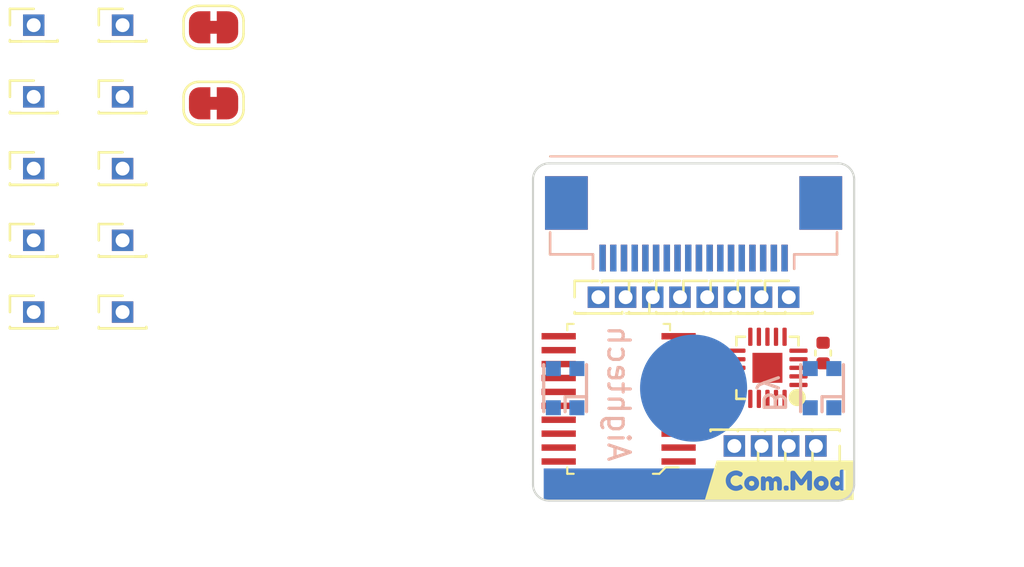
<source format=kicad_pcb>
(kicad_pcb (version 20221018) (generator pcbnew)
  (layers (0 "F.Cu" signal "Front") (1 "In1.Cu" signal) (2 "In2.Cu" signal) (31 "B.Cu" signal "Back") (34 "B.Paste" user) (35 "F.Paste" user) (36 "B.SilkS" user "B.Silkscreen") (37 "F.SilkS" user "F.Silkscreen") (38 "B.Mask" user) (39 "F.Mask" user) (44 "Edge.Cuts" user))
  (net 0 "")
  (net 1 "GND")
  (net 2 "/Vcap")
  (net 3 "/POCI")
  (net 4 "/PICO")
  (net 6 "/SCLK")
  (net 7 "/CSB")
  (net 8 "/extRef")
  (net 9 "/addr_bus_0")
  (net 10 "/addr_bus_1")
  (net 11 "/addr_bus_2")
  (net 12 "/addr_bus_3")
  (net 13 "/addr_bus_4")
  (net 14 "/i2C_SCL")
  (net 15 "/I2C_SDA")
  (net 16 "/BUS_IO1")
  (net 17 "/BUS_IO2")
  (net 18 "/AUX1")
  (net 19 "/AUX2")
  (net 20 "/AUX3")
  (net 21 "/SWCLK")
  (net 22 "/SWDIO{slash}POCI_ARM")
  (net 23 "/PICO_ARM")
  (net 24 "/SCLK_ARM")
  (net 25 "/SPICS_ARM")
  (net 26 "/AIN8")
  (net 27 "/AIN0")
  (net 28 "Net-(LED1-DO)")
  (net 29 "LED_OUT")
  (net 30 "LED_IN")
  (net 31 "+3.3V")
  (net 33 "/addr_mod_0")
  (net 34 "/addr_mod_1")
  (net 35 "/addr_mod_2")
  (net 36 "/addr_mod_4")
  (net 37 "/addr_mod_3")
  (net 39 "/NEOPIXEL")
  (net 40 "/addr_bus_7")
  (net 41 "/addr_mod_7")
  (net 42 "/addr_bus_6")
  (net 43 "/addr_mod_6")
  (net 44 "/addr_bus_5")
  (net 45 "/addr_mod_5")
  (footprint "Connector_PinHeader_1.27mm:PinHeader_1x01_P1.27mm_Vertical" (layer "F.Cu") (at 69.18 97.745)
    (fp_text reference "J17" hide)
    (fp_text value "Conn_01x01_Pin" hide)
    (fp_line (start -1.11 -0.76) (end 0 -0.76) (stroke (width 0.12)) (layer "F.SilkS"))
    (fp_line (start -1.11 0) (end -1.11 -0.76) (stroke (width 0.12)) (layer "F.SilkS"))
    (fp_line (start -1.11 0.76) (end -1.11 0.695) (stroke (width 0.12)) (layer "F.SilkS"))
    (fp_line (start -1.11 0.76) (end -0.563471 0.76) (stroke (width 0.12)) (layer "F.SilkS"))
    (fp_line (start -1.11 0.76) (end 1.11 0.76) (stroke (width 0.12)) (layer "F.SilkS"))
    (fp_line (start 0.563471 0.76) (end 1.11 0.76) (stroke (width 0.12)) (layer "F.SilkS"))
    (fp_line (start 1.11 0.76) (end 1.11 0.695) (stroke (width 0.12)) (layer "F.SilkS"))
    (pad "1" thru_hole rect (at 0 0) (size 1 1) (drill 0.65) (layers "*.Cu" "*.Mask") (net 15 "/I2C_SDA"))
  )
  (footprint "Connector_PinHeader_1.27mm:PinHeader_1x01_P1.27mm_Vertical" (layer "F.Cu") (at 99.365 103.75)
    (fp_text reference "J5" hide)
    (fp_text value "Conn_01x01_Pin" hide)
    (fp_line (start -1.11 -0.76) (end 0 -0.76) (stroke (width 0.12)) (layer "F.SilkS"))
    (fp_line (start -1.11 0) (end -1.11 -0.76) (stroke (width 0.12)) (layer "F.SilkS"))
    (fp_line (start -1.11 0.76) (end -1.11 0.695) (stroke (width 0.12)) (layer "F.SilkS"))
    (fp_line (start -1.11 0.76) (end -0.563471 0.76) (stroke (width 0.12)) (layer "F.SilkS"))
    (fp_line (start -1.11 0.76) (end 1.11 0.76) (stroke (width 0.12)) (layer "F.SilkS"))
    (fp_line (start 0.563471 0.76) (end 1.11 0.76) (stroke (width 0.12)) (layer "F.SilkS"))
    (fp_line (start 1.11 0.76) (end 1.11 0.695) (stroke (width 0.12)) (layer "F.SilkS"))
    (pad "1" thru_hole rect (at 0 0) (size 1 1) (drill 0.65) (layers "*.Cu" "*.Mask") (net 3 "/POCI"))
  )
  (footprint "Connector_PinHeader_1.27mm:PinHeader_1x01_P1.27mm_Vertical" (layer "F.Cu") (at 73.33 91.045)
    (fp_text reference "J20" hide)
    (fp_text value "Conn_01x01_Pin" hide)
    (fp_line (start -1.11 -0.76) (end 0 -0.76) (stroke (width 0.12)) (layer "F.SilkS"))
    (fp_line (start -1.11 0) (end -1.11 -0.76) (stroke (width 0.12)) (layer "F.SilkS"))
    (fp_line (start -1.11 0.76) (end -1.11 0.695) (stroke (width 0.12)) (layer "F.SilkS"))
    (fp_line (start -1.11 0.76) (end -0.563471 0.76) (stroke (width 0.12)) (layer "F.SilkS"))
    (fp_line (start -1.11 0.76) (end 1.11 0.76) (stroke (width 0.12)) (layer "F.SilkS"))
    (fp_line (start 0.563471 0.76) (end 1.11 0.76) (stroke (width 0.12)) (layer "F.SilkS"))
    (fp_line (start 1.11 0.76) (end 1.11 0.695) (stroke (width 0.12)) (layer "F.SilkS"))
    (pad "1" thru_hole rect (at 0 0) (size 1 1) (drill 0.65) (layers "*.Cu" "*.Mask") (net 31 "+3.3V"))
  )
  (footprint "Connector_PinHeader_1.27mm:PinHeader_1x01_P1.27mm_Vertical" (layer "F.Cu") (at 73.33 94.395)
    (fp_text reference "J21" hide)
    (fp_text value "Conn_01x01_Pin" hide)
    (fp_line (start -1.11 -0.76) (end 0 -0.76) (stroke (width 0.12)) (layer "F.SilkS"))
    (fp_line (start -1.11 0) (end -1.11 -0.76) (stroke (width 0.12)) (layer "F.SilkS"))
    (fp_line (start -1.11 0.76) (end -1.11 0.695) (stroke (width 0.12)) (layer "F.SilkS"))
    (fp_line (start -1.11 0.76) (end -0.563471 0.76) (stroke (width 0.12)) (layer "F.SilkS"))
    (fp_line (start -1.11 0.76) (end 1.11 0.76) (stroke (width 0.12)) (layer "F.SilkS"))
    (fp_line (start 0.563471 0.76) (end 1.11 0.76) (stroke (width 0.12)) (layer "F.SilkS"))
    (fp_line (start 1.11 0.76) (end 1.11 0.695) (stroke (width 0.12)) (layer "F.SilkS"))
    (pad "1" thru_hole rect (at 0 0) (size 1 1) (drill 0.65) (layers "*.Cu" "*.Mask") (net 1 "GND"))
  )
  (footprint "00_custom-footprints:QFN-20-1EP_3x3mm_P0.4mm_EP1.4x1.4mm" (layer "F.Cu") (at 103.45 107.05 180)
    (fp_text reference "U1" hide)
    (fp_text value "HC32L110C6UA" hide)
    (fp_line (start -1.45 1.45) (end -1.45 1.05) (stroke (width 0.12)) (layer "F.SilkS"))
    (fp_line (start -1.05 1.45) (end -1.45 1.45) (stroke (width 0.12)) (layer "F.SilkS"))
    (fp_line (start 1.05 -1.45) (end 1.45 -1.45) (stroke (width 0.12)) (layer "F.SilkS"))
    (fp_line (start 1.45 -1.45) (end 1.45 -1.05) (stroke (width 0.12)) (layer "F.SilkS"))
    (fp_line (start 1.45 1.05) (end 1.45 1.45) (stroke (width 0.12)) (layer "F.SilkS"))
    (fp_line (start 1.45 1.45) (end 1.05 1.45) (stroke (width 0.12)) (layer "F.SilkS"))
    (fp_circle (center -1.39 -1.39) (end -0.99 -1.39) (fill solid) (layer "F.SilkS"))
    (pad "1" smd roundrect (at -1.45 -0.8 180) (size 0.85 0.2) (layers "F.Cu" "F.Paste" "F.Mask"))
    (pad "2" smd roundrect (at -1.45 -0.4 180) (size 0.85 0.2) (layers "F.Cu" "F.Paste" "F.Mask") (net 39 "/NEOPIXEL"))
    (pad "3" smd roundrect (at -1.45 0 180) (size 0.85 0.2) (layers "F.Cu" "F.Paste" "F.Mask") (net 26 "/AIN8"))
    (pad "4" smd roundrect (at -1.45 0.4 180) (size 0.85 0.2) (layers "F.Cu" "F.Paste" "F.Mask") (net 1 "GND"))
    (pad "5" smd roundrect (at -1.45 0.8 180) (size 0.85 0.2) (layers "F.Cu" "F.Paste" "F.Mask") (net 2 "/Vcap"))
    (pad "6" smd roundrect (at -0.8 1.45 180) (size 0.2 0.85) (layers "F.Cu" "F.Paste" "F.Mask") (net 31 "+3.3V"))
    (pad "7" smd roundrect (at -0.4 1.45 180) (size 0.2 0.85) (layers "F.Cu" "F.Paste" "F.Mask") (net 37 "/addr_mod_3"))
    (pad "8" smd roundrect (at 0 1.45 180) (size 0.2 0.85) (layers "F.Cu" "F.Paste" "F.Mask") (net 36 "/addr_mod_4"))
    (pad "9" smd roundrect (at 0.4 1.45 180) (size 0.2 0.85) (layers "F.Cu" "F.Paste" "F.Mask") (net 25 "/SPICS_ARM"))
    (pad "10" smd roundrect (at 0.8 1.45 180) (size 0.2 0.85) (layers "F.Cu" "F.Paste" "F.Mask"))
    (pad "11" smd roundrect (at 1.45 0.8 180) (size 0.85 0.2) (layers "F.Cu" "F.Paste" "F.Mask") (net 27 "/AIN0"))
    (pad "12" smd roundrect (at 1.45 0.4 180) (size 0.85 0.2) (layers "F.Cu" "F.Paste" "F.Mask") (net 24 "/SCLK_ARM"))
    (pad "13" smd roundrect (at 1.45 0 180) (size 0.85 0.2) (layers "F.Cu" "F.Paste" "F.Mask") (net 23 "/PICO_ARM"))
    (pad "14" smd roundrect (at 1.45 -0.4 180) (size 0.85 0.2) (layers "F.Cu" "F.Paste" "F.Mask") (net 22 "/SWDIO{slash}POCI_ARM"))
    (pad "15" smd roundrect (at 1.45 -0.8 180) (size 0.85 0.2) (layers "F.Cu" "F.Paste" "F.Mask") (net 21 "/SWCLK"))
    (pad "16" smd roundrect (at 0.8 -1.45 180) (size 0.2 0.85) (layers "F.Cu" "F.Paste" "F.Mask") (net 35 "/addr_mod_2"))
    (pad "17" smd roundrect (at 0.4 -1.45 180) (size 0.2 0.85) (layers "F.Cu" "F.Paste" "F.Mask") (net 34 "/addr_mod_1"))
    (pad "18" smd roundrect (at 0 -1.45 180) (size 0.2 0.85) (layers "F.Cu" "F.Paste" "F.Mask") (net 33 "/addr_mod_0"))
    (pad "19" smd roundrect (at -0.4 -1.45 180) (size 0.2 0.85) (layers "F.Cu" "F.Paste" "F.Mask") (net 15 "/I2C_SDA"))
    (pad "20" smd roundrect (at -0.8 -1.45 180) (size 0.2 0.85) (layers "F.Cu" "F.Paste" "F.Mask") (net 14 "/i2C_SCL"))
    (pad "21" smd rect (at 0 0 180) (size 1.4 1.4) (layers "F.Cu" "F.Mask") (net 1 "GND"))
  )
  (footprint "Jumper:SolderJumper-2_P1.3mm_Bridged_RoundedPad1.0x1.5mm" (layer "F.Cu") (at 77.58 94.695)
    (fp_text reference "JP2" hide)
    (fp_text value "SolderJumper_2_Bridged" hide)
    (fp_poly (pts (xy 0.25 -0.3) (xy -0.25 -0.3) (xy -0.25 0.3) (xy 0.25 0.3)) (fill solid) (layer "F.Cu"))
    (fp_line (start -1.4 0.3) (end -1.4 -0.3) (stroke (width 0.12)) (layer "F.SilkS"))
    (fp_line (start -0.7 -1) (end 0.7 -1) (stroke (width 0.12)) (layer "F.SilkS"))
    (fp_line (start 0.7 1) (end -0.7 1) (stroke (width 0.12)) (layer "F.SilkS"))
    (fp_line (start 1.4 -0.3) (end 1.4 0.3) (stroke (width 0.12)) (layer "F.SilkS"))
    (fp_arc (start -1.4 -0.3) (mid -1.194975 -0.794975) (end -0.7 -1) (stroke (width 0.12)) (layer "F.SilkS"))
    (fp_arc (start -0.7 1) (mid -1.194975 0.794975) (end -1.4 0.3) (stroke (width 0.12)) (layer "F.SilkS"))
    (fp_arc (start 0.7 -1) (mid 1.194975 -0.794975) (end 1.4 -0.3) (stroke (width 0.12)) (layer "F.SilkS"))
    (fp_arc (start 1.4 0.3) (mid 1.194975 0.794975) (end 0.7 1) (stroke (width 0.12)) (layer "F.SilkS"))
    (pad "1" smd custom (at -0.65 0) (size 1 0.5) (layers "F.Cu" "F.Mask") (net 27 "/AIN0") (options (clearance outline) (anchor rect)) (primitives (gr_circle (center 0 0.25) (end 0.5 0.25) (width 0) (fill yes)) (gr_circle (center 0 -0.25) (end 0.5 -0.25) (width 0) (fill yes)) (gr_poly (pts (xy 0.5 0.75) (xy 0 0.75) (xy 0 -0.75) (xy 0.5 -0.75)) (width 0) (fill yes))))
    (pad "2" smd custom (at 0.65 0) (size 1 0.5) (layers "F.Cu" "F.Mask") (net 17 "/BUS_IO2") (options (clearance outline) (anchor rect)) (primitives (gr_circle (center 0 0.25) (end 0.5 0.25) (width 0) (fill yes)) (gr_circle (center 0 -0.25) (end 0.5 -0.25) (width 0) (fill yes)) (gr_poly (pts (xy 0 0.75) (xy -0.5 0.75) (xy -0.5 -0.75) (xy 0 -0.75)) (width 0) (fill yes))))
  )
  (footprint "Capacitor_SMD:C_0402_1005Metric" (layer "F.Cu") (at 106.05 106.36 90)
    (fp_text reference "C1" hide)
    (fp_text value "4.7uF" hide)
    (fp_line (start -0.107836 -0.36) (end 0.107836 -0.36) (stroke (width 0.12)) (layer "F.SilkS"))
    (fp_line (start -0.107836 0.36) (end 0.107836 0.36) (stroke (width 0.12)) (layer "F.SilkS"))
    (pad "1" smd roundrect (at -0.48 0 90) (size 0.56 0.62) (layers "F.Cu" "F.Paste" "F.Mask") (net 1 "GND"))
    (pad "2" smd roundrect (at 0.48 0 90) (size 0.56 0.62) (layers "F.Cu" "F.Paste" "F.Mask") (net 2 "/Vcap"))
  )
  (footprint "00_custom-footprints:XUNPU_FPC_05F_18P_H20" (layer "F.Cu") (at 100 101.75 180)
    (fp_text reference "J4" hide)
    (fp_text value "XF2J-1824-12A" hide)
    (fp_line (start -6.7 0) (end -6.7 1.025) (stroke (width 0.12)) (layer "F.SilkS"))
    (fp_line (start -6.7 4.575) (end 6.7 4.575) (stroke (width 0.1)) (layer "F.SilkS"))
    (fp_line (start -4.7 0) (end -6.7 0) (stroke (width 0.12)) (layer "F.SilkS"))
    (fp_line (start -4.7 0) (end -4.7 -0.675) (stroke (width 0.12)) (layer "F.SilkS"))
    (fp_line (start 4.7 0) (end 4.7 -0.675) (stroke (width 0.12)) (layer "F.SilkS"))
    (fp_line (start 4.7 0) (end 6.7 0) (stroke (width 0.12)) (layer "F.SilkS"))
    (fp_line (start 6.7 0) (end 6.7 1.025) (stroke (width 0.12)) (layer "F.SilkS"))
    (pad "1" smd rect (at -4.25 -0.175 180) (size 0.3 1.25) (layers "F.Cu" "F.Paste" "F.Mask") (net 31 "+3.3V"))
    (pad "2" smd rect (at -3.75 -0.175 180) (size 0.3 1.25) (layers "F.Cu" "F.Paste" "F.Mask") (net 1 "GND"))
    (pad "3" smd rect (at -3.25 -0.175 180) (size 0.3 1.25) (layers "F.Cu" "F.Paste" "F.Mask") (net 3 "/POCI"))
    (pad "4" smd rect (at -2.75 -0.175 180) (size 0.3 1.25) (layers "F.Cu" "F.Paste" "F.Mask") (net 4 "/PICO"))
    (pad "5" smd rect (at -2.25 -0.175 180) (size 0.3 1.25) (layers "F.Cu" "F.Paste" "F.Mask") (net 6 "/SCLK"))
    (pad "6" smd rect (at -1.75 -0.175 180) (size 0.3 1.25) (layers "F.Cu" "F.Paste" "F.Mask") (net 9 "/addr_bus_0"))
    (pad "7" smd rect (at -1.25 -0.175 180) (size 0.3 1.25) (layers "F.Cu" "F.Paste" "F.Mask") (net 10 "/addr_bus_1"))
    (pad "8" smd rect (at -0.75 -0.175 180) (size 0.3 1.25) (layers "F.Cu" "F.Paste" "F.Mask") (net 11 "/addr_bus_2"))
    (pad "9" smd rect (at -0.25 -0.175 180) (size 0.3 1.25) (layers "F.Cu" "F.Paste" "F.Mask") (net 12 "/addr_bus_3"))
    (pad "10" smd rect (at 0.25 -0.175 180) (size 0.3 1.25) (layers "F.Cu" "F.Paste" "F.Mask") (net 13 "/addr_bus_4"))
    (pad "11" smd rect (at 0.75 -0.175 180) (size 0.3 1.25) (layers "F.Cu" "F.Paste" "F.Mask") (net 14 "/i2C_SCL"))
    (pad "12" smd rect (at 1.25 -0.175 180) (size 0.3 1.25) (layers "F.Cu" "F.Paste" "F.Mask") (net 15 "/I2C_SDA"))
    (pad "13" smd rect (at 1.75 -0.175 180) (size 0.3 1.25) (layers "F.Cu" "F.Paste" "F.Mask") (net 16 "/BUS_IO1"))
    (pad "14" smd rect (at 2.25 -0.175 180) (size 0.3 1.25) (layers "F.Cu" "F.Paste" "F.Mask") (net 17 "/BUS_IO2"))
    (pad "15" smd rect (at 2.75 -0.175 180) (size 0.3 1.25) (layers "F.Cu" "F.Paste" "F.Mask") (net 18 "/AUX1"))
    (pad "16" smd rect (at 3.25 -0.175 180) (size 0.3 1.25) (layers "F.Cu" "F.Paste" "F.Mask") (net 19 "/AUX2"))
    (pad "17" smd rect (at 3.75 -0.175 180) (size 0.3 1.25) (layers "F.Cu" "F.Paste" "F.Mask") (net 20 "/AUX3"))
    (pad "18" smd rect (at 4.25 -0.175 180) (size 0.3 1.25) (layers "F.Cu" "F.Paste" "F.Mask") (net 8 "/extRef"))
    (pad "MP" smd rect (at -5.94 2.4 180) (size 2 2.5) (layers "F.Cu" "F.Paste" "F.Mask"))
    (pad "MP" smd rect (at 5.94 2.4 180) (size 2 2.5) (layers "F.Cu" "F.Paste" "F.Mask"))
  )
  (footprint "Connector_PinHeader_1.27mm:PinHeader_1x01_P1.27mm_Vertical" (layer "F.Cu") (at 96.825 103.75 180)
    (fp_text reference "J2" hide)
    (fp_text value "Conn_01x01_Pin" hide)
    (fp_line (start -1.11 -0.76) (end 0 -0.76) (stroke (width 0.12)) (layer "F.SilkS"))
    (fp_line (start -1.11 0) (end -1.11 -0.76) (stroke (width 0.12)) (layer "F.SilkS"))
    (fp_line (start -1.11 0.76) (end -1.11 0.695) (stroke (width 0.12)) (layer "F.SilkS"))
    (fp_line (start -1.11 0.76) (end -0.563471 0.76) (stroke (width 0.12)) (layer "F.SilkS"))
    (fp_line (start -1.11 0.76) (end 1.11 0.76) (stroke (width 0.12)) (layer "F.SilkS"))
    (fp_line (start 0.563471 0.76) (end 1.11 0.76) (stroke (width 0.12)) (layer "F.SilkS"))
    (fp_line (start 1.11 0.76) (end 1.11 0.695) (stroke (width 0.12)) (layer "F.SilkS"))
    (pad "1" thru_hole rect (at 0 0 180) (size 1 1) (drill 0.65) (layers "*.Cu" "*.Mask") (net 1 "GND"))
  )
  (footprint "Connector_PinHeader_1.27mm:PinHeader_1x01_P1.27mm_Vertical" (layer "F.Cu") (at 103.175001 110.7 180)
    (fp_text reference "J12" hide)
    (fp_text value "Conn_01x01_Pin" hide)
    (fp_line (start -1.11 -0.76) (end 0 -0.76) (stroke (width 0.12)) (layer "F.SilkS"))
    (fp_line (start -1.11 0) (end -1.11 -0.76) (stroke (width 0.12)) (layer "F.SilkS"))
    (fp_line (start -1.11 0.76) (end -1.11 0.695) (stroke (width 0.12)) (layer "F.SilkS"))
    (fp_line (start -1.11 0.76) (end -0.563471 0.76) (stroke (width 0.12)) (layer "F.SilkS"))
    (fp_line (start -1.11 0.76) (end 1.11 0.76) (stroke (width 0.12)) (layer "F.SilkS"))
    (fp_line (start 0.563471 0.76) (end 1.11 0.76) (stroke (width 0.12)) (layer "F.SilkS"))
    (fp_line (start 1.11 0.76) (end 1.11 0.695) (stroke (width 0.12)) (layer "F.SilkS"))
    (pad "1" thru_hole rect (at 0 0 180) (size 1 1) (drill 0.65) (layers "*.Cu" "*.Mask") (net 22 "/SWDIO{slash}POCI_ARM"))
  )
  (footprint "Connector_PinHeader_1.27mm:PinHeader_1x01_P1.27mm_Vertical" (layer "F.Cu") (at 103.175 103.75)
    (fp_text reference "J8" hide)
    (fp_text value "Conn_01x01_Pin" hide)
    (fp_line (start -1.11 -0.76) (end 0 -0.76) (stroke (width 0.12)) (layer "F.SilkS"))
    (fp_line (start -1.11 0) (end -1.11 -0.76) (stroke (width 0.12)) (layer "F.SilkS"))
    (fp_line (start -1.11 0.76) (end -1.11 0.695) (stroke (width 0.12)) (layer "F.SilkS"))
    (fp_line (start -1.11 0.76) (end -0.563471 0.76) (stroke (width 0.12)) (layer "F.SilkS"))
    (fp_line (start -1.11 0.76) (end 1.11 0.76) (stroke (width 0.12)) (layer "F.SilkS"))
    (fp_line (start 0.563471 0.76) (end 1.11 0.76) (stroke (width 0.12)) (layer "F.SilkS"))
    (fp_line (start 1.11 0.76) (end 1.11 0.695) (stroke (width 0.12)) (layer "F.SilkS"))
    (pad "1" thru_hole rect (at 0 0) (size 1 1) (drill 0.65) (layers "*.Cu" "*.Mask") (net 7 "/CSB"))
  )
  (footprint "Connector_PinHeader_1.27mm:PinHeader_1x01_P1.27mm_Vertical" (layer "F.Cu") (at 95.555 103.75)
    (fp_text reference "J1" hide)
    (fp_text value "Conn_01x01_Pin" hide)
    (fp_line (start -1.11 -0.76) (end 0 -0.76) (stroke (width 0.12)) (layer "F.SilkS"))
    (fp_line (start -1.11 0) (end -1.11 -0.76) (stroke (width 0.12)) (layer "F.SilkS"))
    (fp_line (start -1.11 0.76) (end -1.11 0.695) (stroke (width 0.12)) (layer "F.SilkS"))
    (fp_line (start -1.11 0.76) (end -0.563471 0.76) (stroke (width 0.12)) (layer "F.SilkS"))
    (fp_line (start -1.11 0.76) (end 1.11 0.76) (stroke (width 0.12)) (layer "F.SilkS"))
    (fp_line (start 0.563471 0.76) (end 1.11 0.76) (stroke (width 0.12)) (layer "F.SilkS"))
    (fp_line (start 1.11 0.76) (end 1.11 0.695) (stroke (width 0.12)) (layer "F.SilkS"))
    (pad "1" thru_hole rect (at 0 0) (size 1 1) (drill 0.65) (layers "*.Cu" "*.Mask") (net 31 "+3.3V"))
  )
  (footprint "digikey-footprints:TSSOP-20_W4.4mm" (layer "F.Cu") (at 96.5 108.5 90)
    (fp_text reference "U2" hide)
    (fp_text value "74HC688" hide)
    (fp_line (start -3.5 -2.4) (end -3.5 -2.1) (stroke (width 0.1)) (layer "F.SilkS"))
    (fp_line (start -3.5 1.6) (end -3.5 1.9) (stroke (width 0.1)) (layer "F.SilkS"))
    (fp_line (start -3.5 1.9) (end -3.2 2.2) (stroke (width 0.1)) (layer "F.SilkS"))
    (fp_line (start -3.2 -2.4) (end -3.5 -2.4) (stroke (width 0.1)) (layer "F.SilkS"))
    (fp_line (start -3.2 2.2) (end -3.2 2.8) (stroke (width 0.1)) (layer "F.SilkS"))
    (fp_line (start 3.2 -2.4) (end 3.5 -2.4) (stroke (width 0.1)) (layer "F.SilkS"))
    (fp_line (start 3.5 -2.4) (end 3.5 -2.1) (stroke (width 0.1)) (layer "F.SilkS"))
    (fp_line (start 3.5 2.4) (end 3.2 2.4) (stroke (width 0.1)) (layer "F.SilkS"))
    (fp_line (start 3.5 2.4) (end 3.5 2.1) (stroke (width 0.1)) (layer "F.SilkS"))
    (pad "1" smd rect (at -2.925 2.8 90) (size 0.3 1.6) (layers "F.Cu" "F.Paste" "F.Mask") (net 1 "GND"))
    (pad "2" smd rect (at -2.275 2.8 90) (size 0.3 1.6) (layers "F.Cu" "F.Paste" "F.Mask") (net 33 "/addr_mod_0"))
    (pad "3" smd rect (at -1.625 2.8 90) (size 0.3 1.6) (layers "F.Cu" "F.Paste" "F.Mask") (net 9 "/addr_bus_0"))
    (pad "4" smd rect (at -0.975 2.8 90) (size 0.3 1.6) (layers "F.Cu" "F.Paste" "F.Mask") (net 34 "/addr_mod_1"))
    (pad "5" smd rect (at -0.325 2.8 90) (size 0.3 1.6) (layers "F.Cu" "F.Paste" "F.Mask") (net 10 "/addr_bus_1"))
    (pad "6" smd rect (at 0.325 2.8 90) (size 0.3 1.6) (layers "F.Cu" "F.Paste" "F.Mask") (net 35 "/addr_mod_2"))
    (pad "7" smd rect (at 0.975 2.8 90) (size 0.3 1.6) (layers "F.Cu" "F.Paste" "F.Mask") (net 11 "/addr_bus_2"))
    (pad "8" smd rect (at 1.625 2.8 90) (size 0.3 1.6) (layers "F.Cu" "F.Paste" "F.Mask") (net 37 "/addr_mod_3"))
    (pad "9" smd rect (at 2.275 2.8 90) (size 0.3 1.6) (layers "F.Cu" "F.Paste" "F.Mask") (net 12 "/addr_bus_3"))
    (pad "10" smd rect (at 2.925 2.8 90) (size 0.3 1.6) (layers "F.Cu" "F.Paste" "F.Mask") (net 1 "GND"))
    (pad "11" smd rect (at 2.925 -2.8 90) (size 0.3 1.6) (layers "F.Cu" "F.Paste" "F.Mask") (net 36 "/addr_mod_4"))
    (pad "12" smd rect (at 2.275 -2.8 90) (size 0.3 1.6) (layers "F.Cu" "F.Paste" "F.Mask") (net 13 "/addr_bus_4"))
    (pad "13" smd rect (at 1.625 -2.8 90) (size 0.3 1.6) (layers "F.Cu" "F.Paste" "F.Mask") (net 45 "/addr_mod_5"))
    (pad "14" smd rect (at 0.975 -2.8 90) (size 0.3 1.6) (layers "F.Cu" "F.Paste" "F.Mask") (net 44 "/addr_bus_5"))
    (pad "15" smd rect (at 0.325 -2.8 90) (size 0.3 1.6) (layers "F.Cu" "F.Paste" "F.Mask") (net 43 "/addr_mod_6"))
    (pad "16" smd rect (at -0.325 -2.8 90) (size 0.3 1.6) (layers "F.Cu" "F.Paste" "F.Mask") (net 42 "/addr_bus_6"))
    (pad "17" smd rect (at -0.975 -2.8 90) (size 0.3 1.6) (layers "F.Cu" "F.Paste" "F.Mask") (net 41 "/addr_mod_7"))
    (pad "18" smd rect (at -1.625 -2.8 90) (size 0.3 1.6) (layers "F.Cu" "F.Paste" "F.Mask") (net 40 "/addr_bus_7"))
    (pad "19" smd rect (at -2.275 -2.8 90) (size 0.3 1.6) (layers "F.Cu" "F.Paste" "F.Mask") (net 7 "/CSB"))
    (pad "20" smd rect (at -2.925 -2.8 90) (size 0.3 1.6) (layers "F.Cu" "F.Paste" "F.Mask") (net 31 "+3.3V"))
  )
  (footprint "Connector_PinHeader_1.27mm:PinHeader_1x01_P1.27mm_Vertical" (layer "F.Cu") (at 69.18 91.045)
    (fp_text reference "J15" hide)
    (fp_text value "Conn_01x01_Pin" hide)
    (fp_line (start -1.11 -0.76) (end 0 -0.76) (stroke (width 0.12)) (layer "F.SilkS"))
    (fp_line (start -1.11 0) (end -1.11 -0.76) (stroke (width 0.12)) (layer "F.SilkS"))
    (fp_line (start -1.11 0.76) (end -1.11 0.695) (stroke (width 0.12)) (layer "F.SilkS"))
    (fp_line (start -1.11 0.76) (end -0.563471 0.76) (stroke (width 0.12)) (layer "F.SilkS"))
    (fp_line (start -1.11 0.76) (end 1.11 0.76) (stroke (width 0.12)) (layer "F.SilkS"))
    (fp_line (start 0.563471 0.76) (end 1.11 0.76) (stroke (width 0.12)) (layer "F.SilkS"))
    (fp_line (start 1.11 0.76) (end 1.11 0.695) (stroke (width 0.12)) (layer "F.SilkS"))
    (pad "1" thru_hole rect (at 0 0) (size 1 1) (drill 0.65) (layers "*.Cu" "*.Mask") (net 25 "/SPICS_ARM"))
  )
  (footprint "Connector_PinHeader_1.27mm:PinHeader_1x01_P1.27mm_Vertical" (layer "F.Cu") (at 73.33 101.095)
    (fp_text reference "J23" hide)
    (fp_text value "Conn_01x01_Pin" hide)
    (fp_line (start -1.11 -0.76) (end 0 -0.76) (stroke (width 0.12)) (layer "F.SilkS"))
    (fp_line (start -1.11 0) (end -1.11 -0.76) (stroke (width 0.12)) (layer "F.SilkS"))
    (fp_line (start -1.11 0.76) (end -1.11 0.695) (stroke (width 0.12)) (layer "F.SilkS"))
    (fp_line (start -1.11 0.76) (end -0.563471 0.76) (stroke (width 0.12)) (layer "F.SilkS"))
    (fp_line (start -1.11 0.76) (end 1.11 0.76) (stroke (width 0.12)) (layer "F.SilkS"))
    (fp_line (start 0.563471 0.76) (end 1.11 0.76) (stroke (width 0.12)) (layer "F.SilkS"))
    (fp_line (start 1.11 0.76) (end 1.11 0.695) (stroke (width 0.12)) (layer "F.SilkS"))
    (pad "1" thru_hole rect (at 0 0) (size 1 1) (drill 0.65) (layers "*.Cu" "*.Mask") (net 19 "/AUX2"))
  )
  (footprint "kibuzzard-6569F493" (layer "F.Cu") (at 104 112.3)
    (fp_text reference "kibuzzard-6569F493" hide)
    (fp_text value "G***" hide)
    (fp_poly (pts (xy 2.635822 0.226695) (xy 2.715832 0.260985) (xy 2.793937 0.226695) (xy 2.825052 0.15113) (xy 2.795207 0.074295) (xy 2.714562 0.038735) (xy 2.633282 0.07366) (xy 2.602802 0.150495) (xy 2.635822 0.226695)) (fill solid) (layer "F.SilkS"))
    (fp_poly (pts (xy -1.371029 0.2413) (xy -1.288478 0.272415) (xy -1.204659 0.240665) (xy -1.173226 0.201295) (xy -1.162749 0.146685) (xy -1.172591 0.092392) (xy -1.202118 0.053975) (xy -1.287209 0.023495) (xy -1.372299 0.055245) (xy -1.401826 0.094456) (xy -1.411669 0.14859) (xy -1.401509 0.202565) (xy -1.371029 0.2413)) (fill solid) (layer "F.SilkS"))
    (fp_poly (pts (xy 1.877632 0.2413) (xy 1.960182 0.272415) (xy 2.044002 0.240665) (xy 2.075434 0.201295) (xy 2.085912 0.146685) (xy 2.076069 0.092392) (xy 2.046542 0.053975) (xy 1.961452 0.023495) (xy 1.876362 0.055245) (xy 1.846834 0.094456) (xy 1.836992 0.14859) (xy 1.847152 0.202565) (xy 1.877632 0.2413)) (fill solid) (layer "F.SilkS"))
    (fp_poly (pts (xy -2.498789 -0.920538) (xy -2.922122 -0.920538) (xy -3.474445 0.920538) (xy -2.922122 0.920538) (xy -2.498789 0.920538) (xy -2.013014 0.920538) (xy -2.013014 0.497205) (xy -2.073656 0.493236) (xy -2.134934 0.48133) (xy -2.197481 0.460057) (xy -2.261934 0.42799) (xy -2.324005 0.386398) (xy -2.379409 0.33655) (xy -2.426875 0.274955) (xy -2.465134 0.19812) (xy -2.490375 0.110014) (xy -2.498789 0.014605) (xy -2.490533 -0.079851) (xy -2.465769 -0.1651) (xy -2.428145 -0.23876) (xy -2.381314 -0.29845) (xy -2.326227 -0.346869) (xy -2.263839 -0.386715) (xy -2.180724 -0.424815) (xy -2.097327 -0.447675) (xy -2.013649 -0.455295) (xy -1.953482 -0.450691) (xy -1.892363 -0.43688) (xy -1.799019 -0.399415) (xy -1.768539 -0.381635) (xy -1.732978 -0.358775) (xy -1.699959 -0.29845) (xy -1.726629 -0.227965) (xy -1.773618 -0.17653) (xy -1.815528 -0.159385) (xy -1.880298 -0.187325) (xy -1.942528 -0.21971) (xy -2.022539 -0.230505) (xy -2.104454 -0.216218) (xy -2.185099 -0.173355) (xy -2.248599 -0.094615) (xy -2.267649 -0.040481) (xy -2.273999 0.02032) (xy -2.267649 0.081121) (xy -2.248599 0.135255) (xy -2.183828 0.215265) (xy -2.104771 0.257175) (xy -2.022539 0.271145) (xy -1.948244 0.260985) (xy -1.898079 0.240665) (xy -1.875219 0.224155) (xy -1.814258 0.198755) (xy -1.773301 0.216535) (xy -1.729169 0.269875) (xy -1.701228 0.340995) (xy -1.718374 0.385445) (xy -1.758379 0.417195) (xy -1.802193 0.443865) (xy -1.887919 0.476885) (xy -1.951577 0.492125) (xy -2.013014 0.497205) (xy -2.013014 0.920538) (xy -1.287209 0.920538) (xy -1.287209 0.495935) (xy -1.369758 0.485616) (xy -1.449769 0.45466) (xy -1.522317 0.403542) (xy -1.582484 0.33274) (xy -1.622965 0.246856) (xy -1.636458 0.150495) (xy -1.624605 0.054822) (xy -1.589045 -0.028998) (xy -1.529779 -0.100965) (xy -1.455272 -0.155998) (xy -1.373992 -0.189018) (xy -1.285938 -0.200025) (xy -1.198026 -0.189089) (xy -1.11717 -0.156281) (xy -1.043368 -0.1016) (xy -0.984807 -0.029986) (xy -0.949671 0.053622) (xy -0.937958 0.149225) (xy -0.951611 0.248761) (xy -0.992568 0.33655) (xy -1.053052 0.40767) (xy -1.125284 0.4572) (xy -1.204817 0.486251) (xy -1.287209 0.495935) (xy -1.287209 0.920538) (xy 0.012002 0.920538) (xy 0.012002 0.484505) (xy -0.052451 0.475615) (xy -0.085789 0.448945) (xy -0.096584 0.41529) (xy -0.098488 0.371475) (xy -0.098488 0.149225) (xy -0.118174 0.066357) (xy -0.177229 0.038735) (xy -0.237553 0.067945) (xy -0.253429 0.150495) (xy -0.253429 0.372745) (xy -0.255334 0.417195) (xy -0.267398 0.450215) (xy -0.301053 0.475933) (xy -0.366458 0.484505) (xy -0.430911 0.475615) (xy -0.464248 0.448945) (xy -0.475044 0.41529) (xy -0.476948 0.371475) (xy -0.476948 0.149225) (xy -0.496633 0.066357) (xy -0.555688 0.038735) (xy -0.612839 0.066357) (xy -0.631889 0.149225) (xy -0.631889 0.374015) (xy -0.633794 0.41783) (xy -0.645858 0.451485) (xy -0.680148 0.47625) (xy -0.744918 0.484505) (xy -0.809371 0.475933) (xy -0.842709 0.450215) (xy -0.853504 0.417195) (xy -0.855408 0.372745) (xy -0.855408 -0.074295) (xy -0.853504 -0.11811) (xy -0.841439 -0.150495) (xy -0.809371 -0.176213) (xy -0.751269 -0.184785) (xy -0.658559 -0.161925) (xy -0.636968 -0.095885) (xy -0.571246 -0.163513) (xy -0.493459 -0.186055) (xy -0.414436 -0.173778) (xy -0.35009 -0.136948) (xy -0.300419 -0.075565) (xy -0.266763 -0.11557) (xy -0.203899 -0.16129) (xy -0.114999 -0.186055) (xy -0.021654 -0.166529) (xy 0.055181 -0.10795) (xy 0.093281 -0.044521) (xy 0.116142 0.041628) (xy 0.123761 0.150495) (xy 0.123761 0.372745) (xy 0.121856 0.41656) (xy 0.109792 0.450215) (xy 0.077089 0.475933) (xy 0.012002 0.484505) (xy 0.012002 0.920538) (xy 0.332677 0.920538) (xy 0.332677 0.485775) (xy 0.268859 0.479742) (xy 0.231076 0.461645) (xy 0.206312 0.370205) (xy 0.206312 0.365125) (xy 0.208217 0.320675) (xy 0.220281 0.286385) (xy 0.253778 0.25781) (xy 0.316167 0.248285) (xy 0.381095 0.254952) (xy 0.422211 0.274955) (xy 0.443802 0.363855) (xy 0.443802 0.368935) (xy 0.441896 0.41402) (xy 0.428561 0.448945) (xy 0.395065 0.476568) (xy 0.332677 0.485775) (xy 0.332677 0.920538) (xy 1.420432 0.920538) (xy 1.420432 0.483235) (xy 1.362012 0.476885) (xy 1.328992 0.461645) (xy 1.311211 0.436245) (xy 1.304862 0.370205) (xy 1.304862 -0.055245) (xy 1.265809 -0.004286) (xy 1.212151 0.06985) (xy 1.162304 0.139541) (xy 1.134682 0.177165) (xy 1.111821 0.20701) (xy 1.080707 0.22987) (xy 1.027367 0.244475) (xy 0.975296 0.23114) (xy 0.941642 0.205105) (xy 0.931482 0.191135) (xy 0.893699 0.141446) (xy 0.831152 0.05588) (xy 0.773367 -0.023654) (xy 0.749872 -0.055245) (xy 0.749872 0.372745) (xy 0.747967 0.41656) (xy 0.735902 0.448945) (xy 0.701612 0.474662) (xy 0.636842 0.483235) (xy 0.573977 0.474662) (xy 0.540321 0.448945) (xy 0.528257 0.415925) (xy 0.526352 0.370205) (xy 0.526352 -0.334645) (xy 0.528257 -0.37846) (xy 0.540321 -0.412115) (xy 0.574612 -0.43688) (xy 0.639381 -0.445135) (xy 0.698436 -0.43688) (xy 0.730822 -0.419735) (xy 0.738442 -0.412115) (xy 1.026732 -0.033655) (xy 1.107351 -0.140183) (xy 1.17649 -0.231165) (xy 1.234148 -0.306603) (xy 1.280325 -0.366497) (xy 1.315022 -0.410845) (xy 1.351375 -0.436563) (xy 1.417257 -0.445135) (xy 1.482185 -0.436563) (xy 1.515682 -0.410845) (xy 1.527747 -0.376555) (xy 1.529652 -0.332105) (xy 1.529652 0.372745) (xy 1.517587 0.442278) (xy 1.481392 0.475615) (xy 1.420432 0.483235) (xy 1.420432 0.920538) (xy 1.961452 0.920538) (xy 1.961452 0.495935) (xy 1.878902 0.485616) (xy 1.798892 0.45466) (xy 1.726343 0.403542) (xy 1.666177 0.33274) (xy 1.625695 0.246856) (xy 1.612202 0.150495) (xy 1.624055 0.054822) (xy 1.659615 -0.028998) (xy 1.718882 -0.100965) (xy 1.793388 -0.155998) (xy 1.874668 -0.189018) (xy 1.962722 -0.200025) (xy 2.050634 -0.189089) (xy 2.13149 -0.156281) (xy 2.205292 -0.1016) (xy 2.263853 -0.029986) (xy 2.298989 0.053622) (xy 2.310702 0.149225) (xy 2.297049 0.248761) (xy 2.256092 0.33655) (xy 2.195608 0.40767) (xy 2.123377 0.4572) (xy 2.043843 0.486251) (xy 1.961452 0.495935) (xy 1.961452 0.920538) (xy 2.929827 0.920538) (xy 2.929827 0.483235) (xy 2.861088 0.467677) (xy 2.831402 0.421005) (xy 2.767584 0.466725) (xy 2.682812 0.481965) (xy 2.608869 0.470888) (xy 2.539443 0.437656) (xy 2.474532 0.38227) (xy 2.42232 0.312138) (xy 2.390994 0.234668) (xy 2.380552 0.14986) (xy 2.391064 0.064982) (xy 2.422603 -0.0127) (xy 2.475167 -0.083185) (xy 2.540289 -0.138924) (xy 2.609504 -0.172367) (xy 2.682812 -0.183515) (xy 2.766314 -0.16764) (xy 2.828862 -0.120015) (xy 2.828862 -0.386715) (xy 2.830767 -0.43053) (xy 2.842197 -0.46355) (xy 2.875852 -0.489585) (xy 2.939987 -0.497205) (xy 3.004122 -0.489585) (xy 3.037777 -0.462915) (xy 3.049207 -0.42926) (xy 3.051112 -0.385445) (xy 3.051112 0.372745) (xy 3.049207 0.41656) (xy 3.037142 0.448945) (xy 3.000788 0.474662) (xy 2.929827 0.483235) (xy 2.929827 0.920538) (xy 3.051112 0.920538) (xy 3.474445 0.920538) (xy 3.474445 -0.920538) (xy 3.051112 -0.920538) (xy -2.498789 -0.920538)) (fill solid) (layer "F.SilkS"))
  )
  (footprint "Connector_PinHeader_1.27mm:PinHeader_1x01_P1.27mm_Vertical" (layer "F.Cu") (at 105.715001 110.7 180)
    (fp_text reference "J14" hide)
    (fp_text value "Conn_01x01_Pin" hide)
    (fp_line (start -1.11 -0.76) (end 0 -0.76) (stroke (width 0.12)) (layer "F.SilkS"))
    (fp_line (start -1.11 0) (end -1.11 -0.76) (stroke (width 0.12)) (layer "F.SilkS"))
    (fp_line (start -1.11 0.76) (end -1.11 0.695) (stroke (width 0.12)) (layer "F.SilkS"))
    (fp_line (start -1.11 0.76) (end -0.563471 0.76) (stroke (width 0.12)) (layer "F.SilkS"))
    (fp_line (start -1.11 0.76) (end 1.11 0.76) (stroke (width 0.12)) (layer "F.SilkS"))
    (fp_line (start 0.563471 0.76) (end 1.11 0.76) (stroke (width 0.12)) (layer "F.SilkS"))
    (fp_line (start 1.11 0.76) (end 1.11 0.695) (stroke (width 0.12)) (layer "F.SilkS"))
    (pad "1" thru_hole rect (at 0 0 180) (size 1 1) (drill 0.65) (layers "*.Cu" "*.Mask") (net 24 "/SCLK_ARM"))
  )
  (footprint "Connector_PinHeader_1.27mm:PinHeader_1x01_P1.27mm_Vertical" (layer "F.Cu") (at 69.18 101.095)
    (fp_text reference "J18" hide)
    (fp_text value "Conn_01x01_Pin" hide)
    (fp_line (start -1.11 -0.76) (end 0 -0.76) (stroke (width 0.12)) (layer "F.SilkS"))
    (fp_line (start -1.11 0) (end -1.11 -0.76) (stroke (width 0.12)) (layer "F.SilkS"))
    (fp_line (start -1.11 0.76) (end -1.11 0.695) (stroke (width 0.12)) (layer "F.SilkS"))
    (fp_line (start -1.11 0.76) (end -0.563471 0.76) (stroke (width 0.12)) (layer "F.SilkS"))
    (fp_line (start -1.11 0.76) (end 1.11 0.76) (stroke (width 0.12)) (layer "F.SilkS"))
    (fp_line (start 0.563471 0.76) (end 1.11 0.76) (stroke (width 0.12)) (layer "F.SilkS"))
    (fp_line (start 1.11 0.76) (end 1.11 0.695) (stroke (width 0.12)) (layer "F.SilkS"))
    (pad "1" thru_hole rect (at 0 0) (size 1 1) (drill 0.65) (layers "*.Cu" "*.Mask") (net 26 "/AIN8"))
  )
  (footprint "Connector_PinHeader_1.27mm:PinHeader_1x01_P1.27mm_Vertical" (layer "F.Cu") (at 104.445002 110.7 180)
    (fp_text reference "J13" hide)
    (fp_text value "Conn_01x01_Pin" hide)
    (fp_line (start -1.11 -0.76) (end 0 -0.76) (stroke (width 0.12)) (layer "F.SilkS"))
    (fp_line (start -1.11 0) (end -1.11 -0.76) (stroke (width 0.12)) (layer "F.SilkS"))
    (fp_line (start -1.11 0.76) (end -1.11 0.695) (stroke (width 0.12)) (layer "F.SilkS"))
    (fp_line (start -1.11 0.76) (end -0.563471 0.76) (stroke (width 0.12)) (layer "F.SilkS"))
    (fp_line (start -1.11 0.76) (end 1.11 0.76) (stroke (width 0.12)) (layer "F.SilkS"))
    (fp_line (start 0.563471 0.76) (end 1.11 0.76) (stroke (width 0.12)) (layer "F.SilkS"))
    (fp_line (start 1.11 0.76) (end 1.11 0.695) (stroke (width 0.12)) (layer "F.SilkS"))
    (pad "1" thru_hole rect (at 0 0 180) (size 1 1) (drill 0.65) (layers "*.Cu" "*.Mask") (net 23 "/PICO_ARM"))
  )
  (footprint "Connector_PinHeader_1.27mm:PinHeader_1x01_P1.27mm_Vertical" (layer "F.Cu") (at 101.905 103.75)
    (fp_text reference "J7" hide)
    (fp_text value "Conn_01x01_Pin" hide)
    (fp_line (start -1.11 -0.76) (end 0 -0.76) (stroke (width 0.12)) (layer "F.SilkS"))
    (fp_line (start -1.11 0) (end -1.11 -0.76) (stroke (width 0.12)) (layer "F.SilkS"))
    (fp_line (start -1.11 0.76) (end -1.11 0.695) (stroke (width 0.12)) (layer "F.SilkS"))
    (fp_line (start -1.11 0.76) (end -0.563471 0.76) (stroke (width 0.12)) (layer "F.SilkS"))
    (fp_line (start -1.11 0.76) (end 1.11 0.76) (stroke (width 0.12)) (layer "F.SilkS"))
    (fp_line (start 0.563471 0.76) (end 1.11 0.76) (stroke (width 0.12)) (layer "F.SilkS"))
    (fp_line (start 1.11 0.76) (end 1.11 0.695) (stroke (width 0.12)) (layer "F.SilkS"))
    (pad "1" thru_hole rect (at 0 0) (size 1 1) (drill 0.65) (layers "*.Cu" "*.Mask") (net 6 "/SCLK"))
  )
  (footprint "Jumper:SolderJumper-2_P1.3mm_Bridged_RoundedPad1.0x1.5mm" (layer "F.Cu") (at 77.58 91.145)
    (fp_text reference "JP1" hide)
    (fp_text value "SolderJumper_2_Bridged" hide)
    (fp_poly (pts (xy 0.25 -0.3) (xy -0.25 -0.3) (xy -0.25 0.3) (xy 0.25 0.3)) (fill solid) (layer "F.Cu"))
    (fp_line (start -1.4 0.3) (end -1.4 -0.3) (stroke (width 0.12)) (layer "F.SilkS"))
    (fp_line (start -0.7 -1) (end 0.7 -1) (stroke (width 0.12)) (layer "F.SilkS"))
    (fp_line (start 0.7 1) (end -0.7 1) (stroke (width 0.12)) (layer "F.SilkS"))
    (fp_line (start 1.4 -0.3) (end 1.4 0.3) (stroke (width 0.12)) (layer "F.SilkS"))
    (fp_arc (start -1.4 -0.3) (mid -1.194975 -0.794975) (end -0.7 -1) (stroke (width 0.12)) (layer "F.SilkS"))
    (fp_arc (start -0.7 1) (mid -1.194975 0.794975) (end -1.4 0.3) (stroke (width 0.12)) (layer "F.SilkS"))
    (fp_arc (start 0.7 -1) (mid 1.194975 -0.794975) (end 1.4 -0.3) (stroke (width 0.12)) (layer "F.SilkS"))
    (fp_arc (start 1.4 0.3) (mid 1.194975 0.794975) (end 0.7 1) (stroke (width 0.12)) (layer "F.SilkS"))
    (pad "1" smd custom (at -0.65 0) (size 1 0.5) (layers "F.Cu" "F.Mask") (net 26 "/AIN8") (options (clearance outline) (anchor rect)) (primitives (gr_circle (center 0 0.25) (end 0.5 0.25) (width 0) (fill yes)) (gr_circle (center 0 -0.25) (end 0.5 -0.25) (width 0) (fill yes)) (gr_poly (pts (xy 0.5 0.75) (xy 0 0.75) (xy 0 -0.75) (xy 0.5 -0.75)) (width 0) (fill yes))))
    (pad "2" smd custom (at 0.65 0) (size 1 0.5) (layers "F.Cu" "F.Mask") (net 16 "/BUS_IO1") (options (clearance outline) (anchor rect)) (primitives (gr_circle (center 0 0.25) (end 0.5 0.25) (width 0) (fill yes)) (gr_circle (center 0 -0.25) (end 0.5 -0.25) (width 0) (fill yes)) (gr_poly (pts (xy 0 0.75) (xy -0.5 0.75) (xy -0.5 -0.75) (xy 0 -0.75)) (width 0) (fill yes))))
  )
  (footprint "Connector_PinHeader_1.27mm:PinHeader_1x01_P1.27mm_Vertical" (layer "F.Cu") (at 69.18 94.395)
    (fp_text reference "J16" hide)
    (fp_text value "Conn_01x01_Pin" hide)
    (fp_line (start -1.11 -0.76) (end 0 -0.76) (stroke (width 0.12)) (layer "F.SilkS"))
    (fp_line (start -1.11 0) (end -1.11 -0.76) (stroke (width 0.12)) (layer "F.SilkS"))
    (fp_line (start -1.11 0.76) (end -1.11 0.695) (stroke (width 0.12)) (layer "F.SilkS"))
    (fp_line (start -1.11 0.76) (end -0.563471 0.76) (stroke (width 0.12)) (layer "F.SilkS"))
    (fp_line (start -1.11 0.76) (end 1.11 0.76) (stroke (width 0.12)) (layer "F.SilkS"))
    (fp_line (start 0.563471 0.76) (end 1.11 0.76) (stroke (width 0.12)) (layer "F.SilkS"))
    (fp_line (start 1.11 0.76) (end 1.11 0.695) (stroke (width 0.12)) (layer "F.SilkS"))
    (pad "1" thru_hole rect (at 0 0) (size 1 1) (drill 0.65) (layers "*.Cu" "*.Mask") (net 14 "/i2C_SCL"))
  )
  (footprint "Connector_PinHeader_1.27mm:PinHeader_1x01_P1.27mm_Vertical" (layer "F.Cu") (at 98.095 103.75)
    (fp_text reference "J3" hide)
    (fp_text value "Conn_01x01_Pin" hide)
    (fp_line (start -1.11 -0.76) (end 0 -0.76) (stroke (width 0.12)) (layer "F.SilkS"))
    (fp_line (start -1.11 0) (end -1.11 -0.76) (stroke (width 0.12)) (layer "F.SilkS"))
    (fp_line (start -1.11 0.76) (end -1.11 0.695) (stroke (width 0.12)) (layer "F.SilkS"))
    (fp_line (start -1.11 0.76) (end -0.563471 0.76) (stroke (width 0.12)) (layer "F.SilkS"))
    (fp_line (start -1.11 0.76) (end 1.11 0.76) (stroke (width 0.12)) (layer "F.SilkS"))
    (fp_line (start 0.563471 0.76) (end 1.11 0.76) (stroke (width 0.12)) (layer "F.SilkS"))
    (fp_line (start 1.11 0.76) (end 1.11 0.695) (stroke (width 0.12)) (layer "F.SilkS"))
    (pad "1" thru_hole rect (at 0 0) (size 1 1) (drill 0.65) (layers "*.Cu" "*.Mask"))
  )
  (footprint "Connector_PinHeader_1.27mm:PinHeader_1x01_P1.27mm_Vertical" (layer "F.Cu") (at 73.33 97.745)
    (fp_text reference "J22" hide)
    (fp_text value "Conn_01x01_Pin" hide)
    (fp_line (start -1.11 -0.76) (end 0 -0.76) (stroke (width 0.12)) (layer "F.SilkS"))
    (fp_line (start -1.11 0) (end -1.11 -0.76) (stroke (width 0.12)) (layer "F.SilkS"))
    (fp_line (start -1.11 0.76) (end -1.11 0.695) (stroke (width 0.12)) (layer "F.SilkS"))
    (fp_line (start -1.11 0.76) (end -0.563471 0.76) (stroke (width 0.12)) (layer "F.SilkS"))
    (fp_line (start -1.11 0.76) (end 1.11 0.76) (stroke (width 0.12)) (layer "F.SilkS"))
    (fp_line (start 0.563471 0.76) (end 1.11 0.76) (stroke (width 0.12)) (layer "F.SilkS"))
    (fp_line (start 1.11 0.76) (end 1.11 0.695) (stroke (width 0.12)) (layer "F.SilkS"))
    (pad "1" thru_hole rect (at 0 0) (size 1 1) (drill 0.65) (layers "*.Cu" "*.Mask") (net 18 "/AUX1"))
  )
  (footprint "Connector_PinHeader_1.27mm:PinHeader_1x01_P1.27mm_Vertical" (layer "F.Cu") (at 101.905 110.7 180)
    (fp_text reference "J11" hide)
    (fp_text value "Conn_01x01_Pin" hide)
    (fp_line (start -1.11 -0.76) (end 0 -0.76) (stroke (width 0.12)) (layer "F.SilkS"))
    (fp_line (start -1.11 0) (end -1.11 -0.76) (stroke (width 0.12)) (layer "F.SilkS"))
    (fp_line (start -1.11 0.76) (end -1.11 0.695) (stroke (width 0.12)) (layer "F.SilkS"))
    (fp_line (start -1.11 0.76) (end -0.563471 0.76) (stroke (width 0.12)) (layer "F.SilkS"))
    (fp_line (start -1.11 0.76) (end 1.11 0.76) (stroke (width 0.12)) (layer "F.SilkS"))
    (fp_line (start 0.563471 0.76) (end 1.11 0.76) (stroke (width 0.12)) (layer "F.SilkS"))
    (fp_line (start 1.11 0.76) (end 1.11 0.695) (stroke (width 0.12)) (layer "F.SilkS"))
    (pad "1" thru_hole rect (at 0 0 180) (size 1 1) (drill 0.65) (layers "*.Cu" "*.Mask") (net 21 "/SWCLK"))
  )
  (footprint "Connector_PinHeader_1.27mm:PinHeader_1x01_P1.27mm_Vertical" (layer "F.Cu") (at 73.33 104.445)
    (fp_text reference "J24" hide)
    (fp_text value "Conn_01x01_Pin" hide)
    (fp_line (start -1.11 -0.76) (end 0 -0.76) (stroke (width 0.12)) (layer "F.SilkS"))
    (fp_line (start -1.11 0) (end -1.11 -0.76) (stroke (width 0.12)) (layer "F.SilkS"))
    (fp_line (start -1.11 0.76) (end -1.11 0.695) (stroke (width 0.12)) (layer "F.SilkS"))
    (fp_line (start -1.11 0.76) (end -0.563471 0.76) (stroke (width 0.12)) (layer "F.SilkS"))
    (fp_line (start -1.11 0.76) (end 1.11 0.76) (stroke (width 0.12)) (layer "F.SilkS"))
    (fp_line (start 0.563471 0.76) (end 1.11 0.76) (stroke (width 0.12)) (layer "F.SilkS"))
    (fp_line (start 1.11 0.76) (end 1.11 0.695) (stroke (width 0.12)) (layer "F.SilkS"))
    (pad "1" thru_hole rect (at 0 0) (size 1 1) (drill 0.65) (layers "*.Cu" "*.Mask") (net 20 "/AUX3"))
  )
  (footprint "Connector_PinHeader_1.27mm:PinHeader_1x01_P1.27mm_Vertical" (layer "F.Cu") (at 69.18 104.445)
    (fp_text reference "J19" hide)
    (fp_text value "Conn_01x01_Pin" hide)
    (fp_line (start -1.11 -0.76) (end 0 -0.76) (stroke (width 0.12)) (layer "F.SilkS"))
    (fp_line (start -1.11 0) (end -1.11 -0.76) (stroke (width 0.12)) (layer "F.SilkS"))
    (fp_line (start -1.11 0.76) (end -1.11 0.695) (stroke (width 0.12)) (layer "F.SilkS"))
    (fp_line (start -1.11 0.76) (end -0.563471 0.76) (stroke (width 0.12)) (layer "F.SilkS"))
    (fp_line (start -1.11 0.76) (end 1.11 0.76) (stroke (width 0.12)) (layer "F.SilkS"))
    (fp_line (start 0.563471 0.76) (end 1.11 0.76) (stroke (width 0.12)) (layer "F.SilkS"))
    (fp_line (start 1.11 0.76) (end 1.11 0.695) (stroke (width 0.12)) (layer "F.SilkS"))
    (pad "1" thru_hole rect (at 0 0) (size 1 1) (drill 0.65) (layers "*.Cu" "*.Mask") (net 27 "/AIN0"))
  )
  (footprint "Connector_PinHeader_1.27mm:PinHeader_1x01_P1.27mm_Vertical" (layer "F.Cu") (at 100.635 103.75)
    (fp_text reference "J6" hide)
    (fp_text value "Conn_01x01_Pin" hide)
    (fp_line (start -1.11 -0.76) (end 0 -0.76) (stroke (width 0.12)) (layer "F.SilkS"))
    (fp_line (start -1.11 0) (end -1.11 -0.76) (stroke (width 0.12)) (layer "F.SilkS"))
    (fp_line (start -1.11 0.76) (end -1.11 0.695) (stroke (width 0.12)) (layer "F.SilkS"))
    (fp_line (start -1.11 0.76) (end -0.563471 0.76) (stroke (width 0.12)) (layer "F.SilkS"))
    (fp_line (start -1.11 0.76) (end 1.11 0.76) (stroke (width 0.12)) (layer "F.SilkS"))
    (fp_line (start 0.563471 0.76) (end 1.11 0.76) (stroke (width 0.12)) (layer "F.SilkS"))
    (fp_line (start 1.11 0.76) (end 1.11 0.695) (stroke (width 0.12)) (layer "F.SilkS"))
    (pad "1" thru_hole rect (at 0 0) (size 1 1) (drill 0.65) (layers "*.Cu" "*.Mask") (net 4 "/PICO"))
  )
  (footprint "Connector_PinHeader_1.27mm:PinHeader_1x01_P1.27mm_Vertical" (layer "F.Cu") (at 104.445 103.75)
    (fp_text reference "J9" hide)
    (fp_text value "Conn_01x01_Pin" hide)
    (fp_line (start -1.11 -0.76) (end 0 -0.76) (stroke (width 0.12)) (layer "F.SilkS"))
    (fp_line (start -1.11 0) (end -1.11 -0.76) (stroke (width 0.12)) (layer "F.SilkS"))
    (fp_line (start -1.11 0.76) (end -1.11 0.695) (stroke (width 0.12)) (layer "F.SilkS"))
    (fp_line (start -1.11 0.76) (end -0.563471 0.76) (stroke (width 0.12)) (layer "F.SilkS"))
    (fp_line (start -1.11 0.76) (end 1.11 0.76) (stroke (width 0.12)) (layer "F.SilkS"))
    (fp_line (start 0.563471 0.76) (end 1.11 0.76) (stroke (width 0.12)) (layer "F.SilkS"))
    (fp_line (start 1.11 0.76) (end 1.11 0.695) (stroke (width 0.12)) (layer "F.SilkS"))
    (pad "1" thru_hole rect (at 0 0) (size 1 1) (drill 0.65) (layers "*.Cu" "*.Mask") (net 8 "/extRef"))
  )
  (footprint "00_custom-footprints:WS2812-2020" (layer "B.Cu") (at 94 108 -90)
    (fp_text reference "LED2" hide)
    (fp_text value "WS2812-2020" hide)
    (fp_line (start -1.1 -1) (end 1.1 -1) (stroke (width 0.15)) (layer "B.SilkS"))
    (fp_line (start -1.1 1) (end 1.1 1) (stroke (width 0.15)) (layer "B.SilkS"))
    (fp_line (start 0.4 -1) (end 0.4 0) (stroke (width 0.15)) (layer "B.SilkS"))
    (fp_line (start 0.4 0) (end 1.1 0) (stroke (width 0.15)) (layer "B.SilkS"))
    (pad "1" smd rect (at 0.915 -0.55 270) (size 0.7 0.7) (layers "B.Cu" "B.Paste" "B.Mask") (net 29 "LED_OUT"))
    (pad "2" smd rect (at 0.915 0.55 270) (size 0.7 0.7) (layers "B.Cu" "B.Paste" "B.Mask") (net 1 "GND"))
    (pad "3" smd rect (at -0.915 0.55 270) (size 0.7 0.7) (layers "B.Cu" "B.Paste" "B.Mask") (net 28 "Net-(LED1-DO)"))
    (pad "4" smd rect (at -0.915 -0.55 270) (size 0.7 0.7) (layers "B.Cu" "B.Paste" "B.Mask") (net 31 "+3.3V"))
  )
  (footprint "00_custom-footprints:XUNPU_FPC_05F_18P_H20" (layer "B.Cu") (at 100 101.75)
    (fp_text reference "J10" hide)
    (fp_text value "XF2J-1824-12A")
    (fp_line (start -6.7 -4.575) (end 6.7 -4.575) (stroke (width 0.1)) (layer "B.SilkS"))
    (fp_line (start -6.7 0) (end -6.7 -1.025) (stroke (width 0.12)) (layer "B.SilkS"))
    (fp_line (start -4.7 0) (end -6.7 0) (stroke (width 0.12)) (layer "B.SilkS"))
    (fp_line (start -4.7 0) (end -4.7 0.675) (stroke (width 0.12)) (layer "B.SilkS"))
    (fp_line (start 4.7 0) (end 4.7 0.675) (stroke (width 0.12)) (layer "B.SilkS"))
    (fp_line (start 4.7 0) (end 6.7 0) (stroke (width 0.12)) (layer "B.SilkS"))
    (fp_line (start 6.7 0) (end 6.7 -1.025) (stroke (width 0.12)) (layer "B.SilkS"))
    (pad "1" smd rect (at -4.25 0.175) (size 0.3 1.25) (layers "B.Cu" "B.Paste" "B.Mask") (net 8 "/extRef"))
    (pad "2" smd rect (at -3.75 0.175) (size 0.3 1.25) (layers "B.Cu" "B.Paste" "B.Mask") (net 20 "/AUX3"))
    (pad "3" smd rect (at -3.25 0.175) (size 0.3 1.25) (layers "B.Cu" "B.Paste" "B.Mask") (net 19 "/AUX2"))
    (pad "4" smd rect (at -2.75 0.175) (size 0.3 1.25) (layers "B.Cu" "B.Paste" "B.Mask") (net 18 "/AUX1"))
    (pad "5" smd rect (at -2.25 0.175) (size 0.3 1.25) (layers "B.Cu" "B.Paste" "B.Mask") (net 17 "/BUS_IO2"))
    (pad "6" smd rect (at -1.75 0.175) (size 0.3 1.25) (layers "B.Cu" "B.Paste" "B.Mask") (net 16 "/BUS_IO1"))
    (pad "7" smd rect (at -1.25 0.175) (size 0.3 1.25) (layers "B.Cu" "B.Paste" "B.Mask") (net 15 "/I2C_SDA"))
    (pad "8" smd rect (at -0.75 0.175) (size 0.3 1.25) (layers "B.Cu" "B.Paste" "B.Mask") (net 14 "/i2C_SCL"))
    (pad "9" smd rect (at -0.25 0.175) (size 0.3 1.25) (layers "B.Cu" "B.Paste" "B.Mask") (net 13 "/addr_bus_4"))
    (pad "10" smd rect (at 0.25 0.175) (size 0.3 1.25) (layers "B.Cu" "B.Paste" "B.Mask") (net 12 "/addr_bus_3"))
    (pad "11" smd rect (at 0.75 0.175) (size 0.3 1.25) (layers "B.Cu" "B.Paste" "B.Mask") (net 11 "/addr_bus_2"))
    (pad "12" smd rect (at 1.25 0.175) (size 0.3 1.25) (layers "B.Cu" "B.Paste" "B.Mask") (net 10 "/addr_bus_1"))
    (pad "13" smd rect (at 1.75 0.175) (size 0.3 1.25) (layers "B.Cu" "B.Paste" "B.Mask") (net 9 "/addr_bus_0"))
    (pad "14" smd rect (at 2.25 0.175) (size 0.3 1.25) (layers "B.Cu" "B.Paste" "B.Mask") (net 6 "/SCLK"))
    (pad "15" smd rect (at 2.75 0.175) (size 0.3 1.25) (layers "B.Cu" "B.Paste" "B.Mask") (net 4 "/PICO"))
    (pad "16" smd rect (at 3.25 0.175) (size 0.3 1.25) (layers "B.Cu" "B.Paste" "B.Mask") (net 3 "/POCI"))
    (pad "17" smd rect (at 3.75 0.175) (size 0.3 1.25) (layers "B.Cu" "B.Paste" "B.Mask") (net 1 "GND"))
    (pad "18" smd rect (at 4.25 0.175) (size 0.3 1.25) (layers "B.Cu" "B.Paste" "B.Mask") (net 31 "+3.3V"))
    (pad "MP" smd rect (at -5.94 -2.4) (size 2 2.5) (layers "B.Cu" "B.Paste" "B.Mask"))
    (pad "MP" smd rect (at 5.94 -2.4) (size 2 2.5) (layers "B.Cu" "B.Paste" "B.Mask"))
  )
  (footprint "00_custom-footprints:WS2812-2020" (layer "B.Cu") (at 106 108 -90)
    (fp_text reference "LED1" hide)
    (fp_text value "WS2812-2020" hide)
    (fp_line (start -1.1 -1) (end 1.1 -1) (stroke (width 0.15)) (layer "B.SilkS"))
    (fp_line (start -1.1 1) (end 1.1 1) (stroke (width 0.15)) (layer "B.SilkS"))
    (fp_line (start 0.4 -1) (end 0.4 0) (stroke (width 0.15)) (layer "B.SilkS"))
    (fp_line (start 0.4 0) (end 1.1 0) (stroke (width 0.15)) (layer "B.SilkS"))
    (pad "1" smd rect (at 0.915 -0.55 270) (size 0.7 0.7) (layers "B.Cu" "B.Paste" "B.Mask") (net 28 "Net-(LED1-DO)"))
    (pad "2" smd rect (at 0.915 0.55 270) (size 0.7 0.7) (layers "B.Cu" "B.Paste" "B.Mask") (net 1 "GND"))
    (pad "3" smd rect (at -0.915 0.55 270) (size 0.7 0.7) (layers "B.Cu" "B.Paste" "B.Mask") (net 30 "LED_IN"))
    (pad "4" smd rect (at -0.915 -0.55 270) (size 0.7 0.7) (layers "B.Cu" "B.Paste" "B.Mask") (net 31 "+3.3V"))
  )
  (gr_circle (center 100 108) (end 102.5 108) (fill solid) (layer "B.Cu"))
  (gr_rect (start 93 111.75) (end 107 113.25) (fill solid) (layer "B.Cu"))
  (gr_line (start 92.5 98.25) (end 92.5 112.5) (stroke (width 0.1)) (layer "Edge.Cuts"))
  (gr_arc (start 106.75 97.499999) (mid 107.280331 97.719669) (end 107.5 98.249999) (stroke (width 0.1)) (layer "Edge.Cuts"))
  (gr_line (start 93.249999 113.25) (end 106.749999 113.25) (stroke (width 0.1)) (layer "Edge.Cuts"))
  (gr_line (start 106.75 97.499999) (end 93.25 97.5) (stroke (width 0.1)) (layer "Edge.Cuts"))
  (gr_arc (start 92.5 98.25) (mid 92.71967 97.71967) (end 93.25 97.5) (stroke (width 0.1)) (layer "Edge.Cuts"))
  (gr_arc (start 107.499999 112.5) (mid 107.280329 113.03033) (end 106.749999 113.25) (stroke (width 0.1)) (layer "Edge.Cuts"))
  (gr_arc (start 93.249999 113.25) (mid 92.719669 113.03033) (end 92.5 112.5) (stroke (width 0.1)) (layer "Edge.Cuts"))
  (gr_line (start 107.5 98.249999) (end 107.499999 112.5) (stroke (width 0.1)) (layer "Edge.Cuts"))
  (gr_text "Aightech" (at 96.5 108.25 -90) (layer "B.SilkS") (effects (font (size 1 1)) (justify mirror)))
  (gr_text "By" (at 103.749999 108.25 -90) (layer "B.SilkS") (effects (font (size 1 1)) (justify mirror)))
)
</source>
